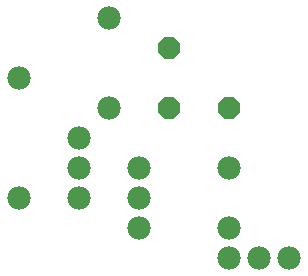
<source format=gts>
G75*
%MOIN*%
%OFA0B0*%
%FSLAX25Y25*%
%IPPOS*%
%LPD*%
%AMOC8*
5,1,8,0,0,1.08239X$1,22.5*
%
%ADD10OC8,0.07296*%
%ADD11C,0.07800*%
D10*
X0071000Y0091000D03*
X0071000Y0111000D03*
X0091000Y0091000D03*
D11*
X0021000Y0061000D03*
X0041000Y0061000D03*
X0041000Y0071000D03*
X0041000Y0081000D03*
X0051000Y0091000D03*
X0061000Y0071000D03*
X0061000Y0061000D03*
X0061000Y0051000D03*
X0091000Y0051000D03*
X0091000Y0041000D03*
X0101000Y0041000D03*
X0111000Y0041000D03*
X0091000Y0071000D03*
X0051000Y0121000D03*
X0021000Y0101000D03*
M02*

</source>
